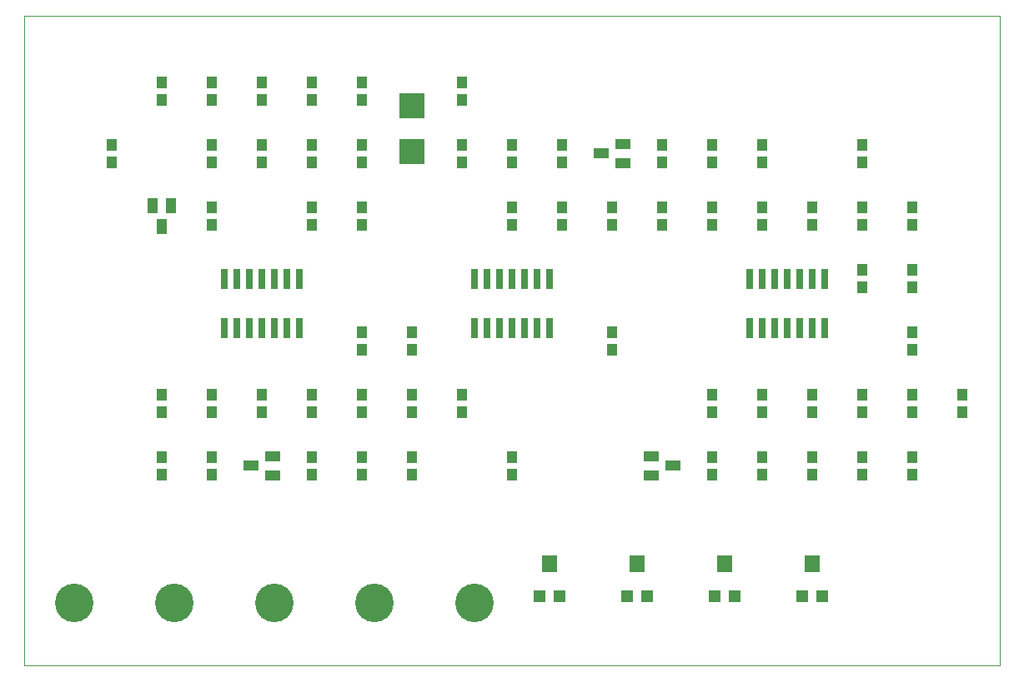
<source format=gts>
G75*
%MOIN*%
%OFA0B0*%
%FSLAX24Y24*%
%IPPOS*%
%LPD*%
%AMOC8*
5,1,8,0,0,1.08239X$1,22.5*
%
%ADD10C,0.0000*%
%ADD11R,0.0260X0.0820*%
%ADD12R,0.0434X0.0473*%
%ADD13R,0.0631X0.0670*%
%ADD14R,0.0512X0.0512*%
%ADD15R,0.0591X0.0434*%
%ADD16R,0.1040X0.1040*%
%ADD17R,0.0434X0.0591*%
%ADD18C,0.1540*%
D10*
X000680Y000705D02*
X039680Y000705D01*
X039680Y026705D01*
X000680Y026705D01*
X000680Y026701D02*
X000680Y000705D01*
D11*
X008680Y014235D03*
X009180Y014235D03*
X009680Y014235D03*
X010180Y014235D03*
X010680Y014235D03*
X011180Y014235D03*
X011680Y014235D03*
X011680Y016175D03*
X011180Y016175D03*
X010680Y016175D03*
X010180Y016175D03*
X009680Y016175D03*
X009180Y016175D03*
X008680Y016175D03*
X018680Y016175D03*
X019180Y016175D03*
X019680Y016175D03*
X020180Y016175D03*
X020680Y016175D03*
X021180Y016175D03*
X021680Y016175D03*
X021680Y014235D03*
X021180Y014235D03*
X020680Y014235D03*
X020180Y014235D03*
X019680Y014235D03*
X019180Y014235D03*
X018680Y014235D03*
X029680Y014235D03*
X030180Y014235D03*
X030680Y014235D03*
X031180Y014235D03*
X031680Y014235D03*
X032180Y014235D03*
X032680Y014235D03*
X032680Y016175D03*
X032180Y016175D03*
X031680Y016175D03*
X031180Y016175D03*
X030680Y016175D03*
X030180Y016175D03*
X029680Y016175D03*
D12*
X030180Y018370D03*
X030180Y019040D03*
X028180Y019040D03*
X028180Y018370D03*
X026180Y018370D03*
X026180Y019040D03*
X024180Y019040D03*
X024180Y018370D03*
X022180Y018370D03*
X022180Y019040D03*
X020180Y019040D03*
X020180Y018370D03*
X020180Y020870D03*
X020180Y021540D03*
X022180Y021540D03*
X022180Y020870D03*
X018180Y020870D03*
X018180Y021540D03*
X018180Y023370D03*
X018180Y024040D03*
X014180Y024040D03*
X014180Y023370D03*
X012180Y023370D03*
X012180Y024040D03*
X010180Y024040D03*
X010180Y023370D03*
X008180Y023370D03*
X008180Y024040D03*
X006180Y024040D03*
X006180Y023370D03*
X004180Y021540D03*
X004180Y020870D03*
X008180Y020870D03*
X008180Y021540D03*
X010180Y021540D03*
X010180Y020870D03*
X012180Y020870D03*
X012180Y021540D03*
X014180Y021540D03*
X014180Y020870D03*
X014180Y019040D03*
X014180Y018370D03*
X012180Y018370D03*
X012180Y019040D03*
X008180Y019040D03*
X008180Y018370D03*
X014180Y014040D03*
X014180Y013370D03*
X016180Y013370D03*
X016180Y014040D03*
X016180Y011540D03*
X016180Y010870D03*
X014180Y010870D03*
X014180Y011540D03*
X012180Y011540D03*
X012180Y010870D03*
X010180Y010870D03*
X010180Y011540D03*
X008180Y011540D03*
X008180Y010870D03*
X006180Y010870D03*
X006180Y011540D03*
X006180Y009040D03*
X006180Y008370D03*
X008180Y008370D03*
X008180Y009040D03*
X012180Y009040D03*
X012180Y008370D03*
X014180Y008370D03*
X014180Y009040D03*
X016180Y009040D03*
X016180Y008370D03*
X020180Y008370D03*
X020180Y009040D03*
X018180Y010870D03*
X018180Y011540D03*
X024180Y013370D03*
X024180Y014040D03*
X028180Y011540D03*
X028180Y010870D03*
X030180Y010870D03*
X030180Y011540D03*
X032180Y011540D03*
X032180Y010870D03*
X034180Y010870D03*
X034180Y011540D03*
X036180Y011540D03*
X036180Y010870D03*
X038180Y010870D03*
X038180Y011540D03*
X036180Y013370D03*
X036180Y014040D03*
X036180Y015870D03*
X036180Y016540D03*
X034180Y016540D03*
X034180Y015870D03*
X034180Y018370D03*
X034180Y019040D03*
X032180Y019040D03*
X032180Y018370D03*
X036180Y018370D03*
X036180Y019040D03*
X034180Y020870D03*
X034180Y021540D03*
X030180Y021540D03*
X030180Y020870D03*
X028180Y020870D03*
X028180Y021540D03*
X026180Y021540D03*
X026180Y020870D03*
X028180Y009040D03*
X028180Y008370D03*
X030180Y008370D03*
X030180Y009040D03*
X032180Y009040D03*
X032180Y008370D03*
X034180Y008370D03*
X034180Y009040D03*
X036180Y009040D03*
X036180Y008370D03*
D13*
X032180Y004796D03*
X028680Y004796D03*
X025180Y004796D03*
X021680Y004796D03*
D14*
X021286Y003486D03*
X022074Y003486D03*
X024786Y003486D03*
X025574Y003486D03*
X028286Y003486D03*
X029074Y003486D03*
X031786Y003486D03*
X032574Y003486D03*
D15*
X025747Y008331D03*
X026613Y008705D03*
X025747Y009079D03*
X010613Y009079D03*
X009747Y008705D03*
X010613Y008331D03*
X024613Y020831D03*
X024613Y021579D03*
X023747Y021205D03*
D16*
X016180Y021280D03*
X016180Y023130D03*
D17*
X006554Y019138D03*
X005806Y019138D03*
X006180Y018272D03*
D18*
X006680Y003205D03*
X010680Y003205D03*
X014680Y003205D03*
X018680Y003205D03*
X002680Y003205D03*
M02*

</source>
